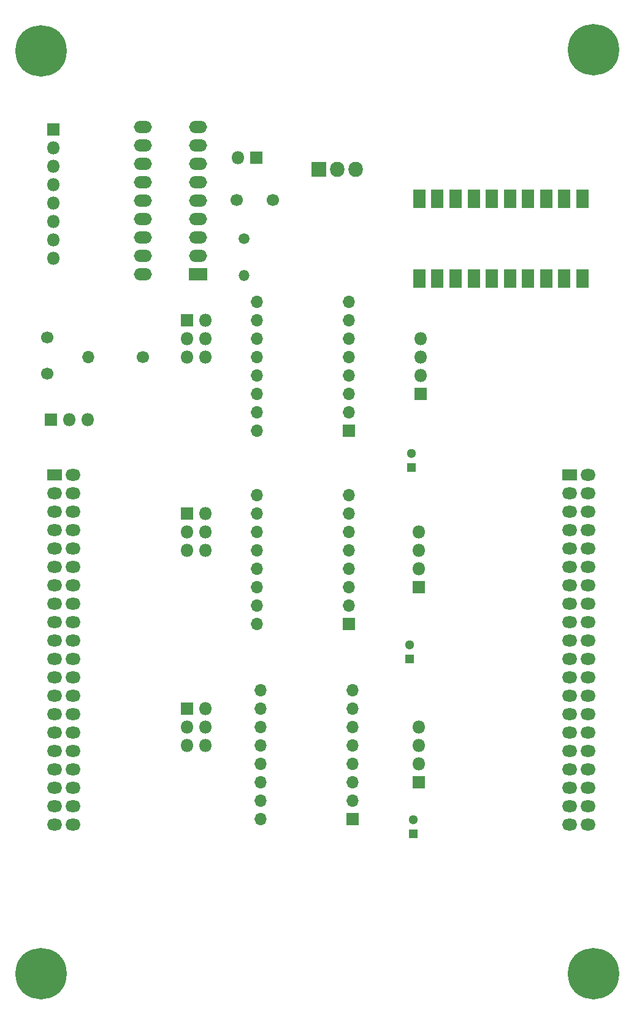
<source format=gbr>
%TF.GenerationSoftware,KiCad,Pcbnew,5.1.6-c6e7f7d~86~ubuntu18.04.1*%
%TF.CreationDate,2020-07-03T15:57:16-03:00*%
%TF.ProjectId,tpfinal_Driver,74706669-6e61-46c5-9f44-72697665722e,rev?*%
%TF.SameCoordinates,Original*%
%TF.FileFunction,Soldermask,Top*%
%TF.FilePolarity,Negative*%
%FSLAX46Y46*%
G04 Gerber Fmt 4.6, Leading zero omitted, Abs format (unit mm)*
G04 Created by KiCad (PCBNEW 5.1.6-c6e7f7d~86~ubuntu18.04.1) date 2020-07-03 15:57:16*
%MOMM*%
%LPD*%
G01*
G04 APERTURE LIST*
%ADD10R,2.100000X1.624000*%
%ADD11O,2.100000X1.624000*%
%ADD12C,7.100000*%
%ADD13O,1.700000X1.700000*%
%ADD14R,1.700000X1.700000*%
%ADD15R,1.300000X1.300000*%
%ADD16C,1.300000*%
%ADD17C,1.700000*%
%ADD18O,1.800000X1.800000*%
%ADD19R,1.800000X1.800000*%
%ADD20C,1.500000*%
%ADD21O,1.500000X1.500000*%
%ADD22R,2.500000X1.700000*%
%ADD23O,2.500000X1.700000*%
%ADD24R,1.700000X2.624000*%
%ADD25R,1.700000X2.640000*%
%ADD26R,2.005000X2.100000*%
%ADD27O,2.005000X2.100000*%
G04 APERTURE END LIST*
D10*
%TO.C,XA1*%
X128778000Y-95758000D03*
D11*
X131318000Y-95758000D03*
X128778000Y-108458000D03*
X131318000Y-98298000D03*
X128778000Y-110998000D03*
X131318000Y-100838000D03*
X128778000Y-113538000D03*
X131318000Y-103378000D03*
X128778000Y-116078000D03*
X131318000Y-105918000D03*
X128778000Y-118618000D03*
X131318000Y-108458000D03*
X128778000Y-121158000D03*
X131318000Y-110998000D03*
X128778000Y-123698000D03*
X131318000Y-113538000D03*
X128778000Y-126238000D03*
X131318000Y-116078000D03*
X128778000Y-128778000D03*
X131318000Y-118618000D03*
X128778000Y-131318000D03*
X131318000Y-121158000D03*
X128778000Y-133858000D03*
X131318000Y-123698000D03*
X131318000Y-126238000D03*
X128778000Y-136398000D03*
X131318000Y-128778000D03*
X131318000Y-133858000D03*
X131318000Y-136398000D03*
X131318000Y-138938000D03*
X131318000Y-141478000D03*
X128778000Y-138938000D03*
X128778000Y-141478000D03*
X128778000Y-98298000D03*
X128778000Y-100838000D03*
X128778000Y-103378000D03*
X128778000Y-105918000D03*
X128778000Y-144018000D03*
X131318000Y-144018000D03*
X131318000Y-131318000D03*
D10*
X57658000Y-95758000D03*
D11*
X60198000Y-95758000D03*
X57658000Y-98298000D03*
X60198000Y-98298000D03*
X57658000Y-100838000D03*
X60198000Y-100838000D03*
X57658000Y-103378000D03*
X60198000Y-103378000D03*
X57658000Y-105918000D03*
X60198000Y-105918000D03*
X57658000Y-108458000D03*
X60198000Y-108458000D03*
X57658000Y-110998000D03*
X60198000Y-110998000D03*
X57658000Y-113538000D03*
X60198000Y-113538000D03*
X57658000Y-116078000D03*
X60198000Y-116078000D03*
X57658000Y-118618000D03*
X60198000Y-118618000D03*
X57658000Y-121158000D03*
X60198000Y-121158000D03*
X57658000Y-123698000D03*
X60198000Y-123698000D03*
X57658000Y-126238000D03*
X60198000Y-126238000D03*
X57658000Y-128778000D03*
X60198000Y-128778000D03*
X57658000Y-131318000D03*
X60198000Y-131318000D03*
X57658000Y-133858000D03*
X60198000Y-133858000D03*
X57658000Y-136398000D03*
X60198000Y-136398000D03*
X57658000Y-138938000D03*
X60198000Y-138938000D03*
X57658000Y-141478000D03*
X60198000Y-141478000D03*
X57658000Y-144018000D03*
X60198000Y-144018000D03*
D12*
X55753000Y-164592000D03*
X132080000Y-164592000D03*
X55753000Y-37211000D03*
X132080000Y-37084000D03*
%TD*%
D13*
%TO.C,A1*%
X85598000Y-89662000D03*
X98298000Y-71882000D03*
X85598000Y-87122000D03*
X98298000Y-74422000D03*
X85598000Y-84582000D03*
X98298000Y-76962000D03*
X85598000Y-82042000D03*
X98298000Y-79502000D03*
X85598000Y-79502000D03*
X98298000Y-82042000D03*
X85598000Y-76962000D03*
X98298000Y-84582000D03*
X85598000Y-74422000D03*
X98298000Y-87122000D03*
X85598000Y-71882000D03*
D14*
X98298000Y-89662000D03*
%TD*%
%TO.C,A2*%
X98298000Y-116332000D03*
D13*
X85598000Y-98552000D03*
X98298000Y-113792000D03*
X85598000Y-101092000D03*
X98298000Y-111252000D03*
X85598000Y-103632000D03*
X98298000Y-108712000D03*
X85598000Y-106172000D03*
X98298000Y-106172000D03*
X85598000Y-108712000D03*
X98298000Y-103632000D03*
X85598000Y-111252000D03*
X98298000Y-101092000D03*
X85598000Y-113792000D03*
X98298000Y-98552000D03*
X85598000Y-116332000D03*
%TD*%
D14*
%TO.C,A3*%
X98806000Y-143256000D03*
D13*
X86106000Y-125476000D03*
X98806000Y-140716000D03*
X86106000Y-128016000D03*
X98806000Y-138176000D03*
X86106000Y-130556000D03*
X98806000Y-135636000D03*
X86106000Y-133096000D03*
X98806000Y-133096000D03*
X86106000Y-135636000D03*
X98806000Y-130556000D03*
X86106000Y-138176000D03*
X98806000Y-128016000D03*
X86106000Y-140716000D03*
X98806000Y-125476000D03*
X86106000Y-143256000D03*
%TD*%
D15*
%TO.C,C1*%
X106934000Y-94742000D03*
D16*
X106934000Y-92742000D03*
%TD*%
D15*
%TO.C,C2*%
X106680000Y-121158000D03*
D16*
X106680000Y-119158000D03*
%TD*%
%TO.C,C3*%
X107188000Y-143288000D03*
D15*
X107188000Y-145288000D03*
%TD*%
D17*
%TO.C,C4*%
X87790000Y-57780000D03*
X82790000Y-57780000D03*
%TD*%
%TO.C,C5*%
X56642000Y-76788000D03*
X56642000Y-81788000D03*
%TD*%
%TO.C,C7*%
X69850000Y-79502000D03*
D13*
X62350000Y-79502000D03*
%TD*%
D18*
%TO.C,J1*%
X108204000Y-76962000D03*
X108204000Y-79502000D03*
X108204000Y-82042000D03*
D19*
X108204000Y-84582000D03*
%TD*%
%TO.C,J2*%
X107950000Y-111252000D03*
D18*
X107950000Y-108712000D03*
X107950000Y-106172000D03*
X107950000Y-103632000D03*
%TD*%
D19*
%TO.C,J3*%
X107950000Y-138176000D03*
D18*
X107950000Y-135636000D03*
X107950000Y-133096000D03*
X107950000Y-130556000D03*
%TD*%
%TO.C,J4*%
X78486000Y-133096000D03*
X75946000Y-133096000D03*
X78486000Y-130556000D03*
X75946000Y-130556000D03*
X78486000Y-128016000D03*
D19*
X75946000Y-128016000D03*
%TD*%
%TO.C,J5*%
X75946000Y-101092000D03*
D18*
X78486000Y-101092000D03*
X75946000Y-103632000D03*
X78486000Y-103632000D03*
X75946000Y-106172000D03*
X78486000Y-106172000D03*
%TD*%
D19*
%TO.C,J6*%
X75946000Y-74422000D03*
D18*
X78486000Y-74422000D03*
X75946000Y-76962000D03*
X78486000Y-76962000D03*
X75946000Y-79502000D03*
X78486000Y-79502000D03*
%TD*%
D19*
%TO.C,J7*%
X57150000Y-88138000D03*
D18*
X59690000Y-88138000D03*
X62230000Y-88138000D03*
%TD*%
D19*
%TO.C,J8*%
X57480000Y-48050000D03*
D18*
X57480000Y-50590000D03*
X57480000Y-53130000D03*
X57480000Y-55670000D03*
X57480000Y-58210000D03*
X57480000Y-60750000D03*
X57480000Y-63290000D03*
X57480000Y-65830000D03*
%TD*%
D19*
%TO.C,J9*%
X85530000Y-51920000D03*
D18*
X82990000Y-51920000D03*
%TD*%
D20*
%TO.C,R1*%
X83780000Y-63160000D03*
D21*
X83780000Y-68240000D03*
%TD*%
D22*
%TO.C,U2*%
X77480000Y-68020000D03*
D23*
X69860000Y-47700000D03*
X77480000Y-65480000D03*
X69860000Y-50240000D03*
X77480000Y-62940000D03*
X69860000Y-52780000D03*
X77480000Y-60400000D03*
X69860000Y-55320000D03*
X77480000Y-57860000D03*
X69860000Y-57860000D03*
X77480000Y-55320000D03*
X69860000Y-60400000D03*
X77480000Y-52780000D03*
X69860000Y-62940000D03*
X77480000Y-50240000D03*
X69860000Y-65480000D03*
X77480000Y-47700000D03*
X69860000Y-68020000D03*
%TD*%
D24*
%TO.C,U3*%
X130526000Y-68612000D03*
D25*
X128026000Y-68612000D03*
X125526000Y-68612000D03*
X123026000Y-68612000D03*
X120526000Y-68612000D03*
X118026000Y-68612000D03*
X115526000Y-68612000D03*
X113026000Y-68612000D03*
X110526000Y-68612000D03*
X108026000Y-68612000D03*
X108026000Y-57612000D03*
X113026000Y-57612000D03*
X128026000Y-57612000D03*
X120526000Y-57612000D03*
X118026000Y-57612000D03*
X110526000Y-57612000D03*
X123026000Y-57612000D03*
X125526000Y-57612000D03*
D24*
X130526000Y-57612000D03*
D25*
X115526000Y-57612000D03*
%TD*%
D26*
%TO.C,U1*%
X94180000Y-53580000D03*
D27*
X96720000Y-53580000D03*
X99260000Y-53580000D03*
%TD*%
M02*

</source>
